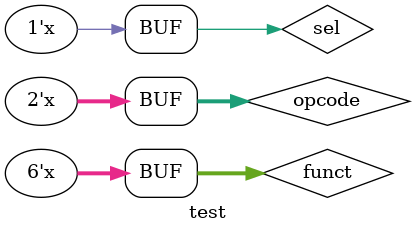
<source format=v>
`timescale 1ns / 1ps
module test;
reg[1:0]opcode;
reg[5:0]funct;
reg sel;
wire[3:0]alu_cnt;
alu_control uut(opcode,funct,sel,alu_cnt);
initial
    begin
    opcode=2'b00;
    funct=5'b00000;
    sel=1'b0;
    end
always
    begin
    #5 opcode=opcode+1;
    #5 funct=funct+1;
    #5 sel=~sel;
    end
endmodule

</source>
